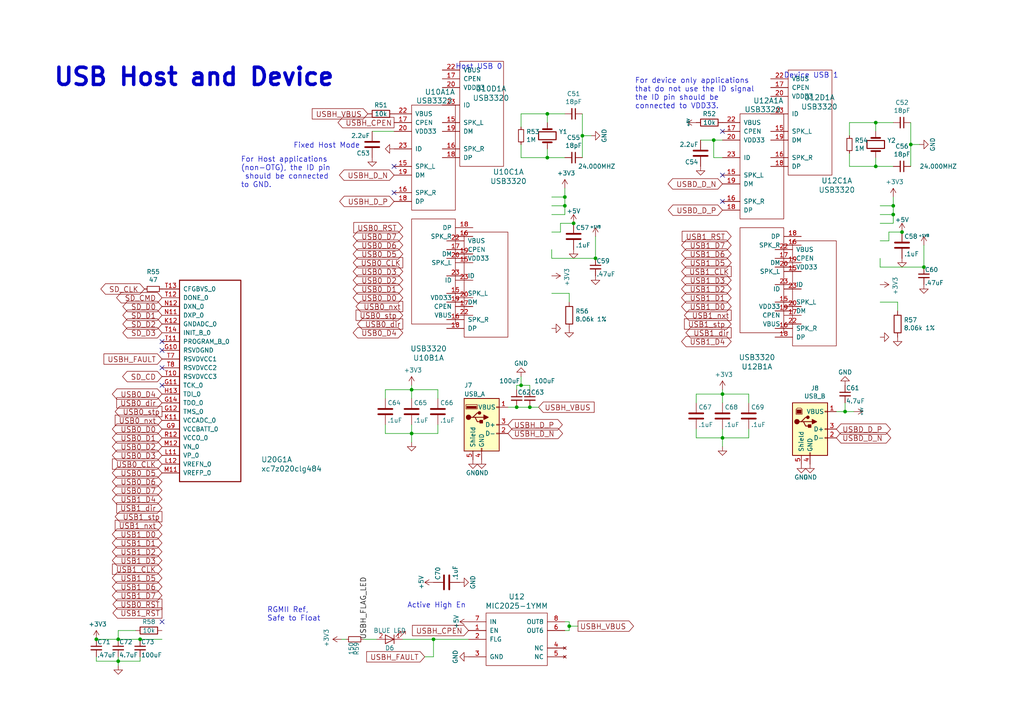
<source format=kicad_sch>
(kicad_sch (version 20231120) (generator "eeschema") (generator_version "8.0")
  (paper "A4")
  (junction (at 119.38 113.03))
  (junction (at 158.75 33.02))
  (junction (at 168.91 39.37))
  (junction (at 163.83 59.69))
  (junction (at 254 48.26))
  (junction (at 34.29 191.77))
  (junction (at 259.08 62.23))
  (junction (at 261.62 67.31))
  (junction (at 165.1 181.61))
  (junction (at 40.64 185.42))
  (junction (at 149.86 118.11))
  (junction (at 151.13 111.76))
  (junction (at 166.37 64.77))
  (junction (at 125.73 185.42))
  (junction (at 163.83 57.15))
  (junction (at 267.97 77.47))
  (junction (at 34.29 185.42))
  (junction (at 158.75 45.72))
  (junction (at 27.94 185.42))
  (junction (at 245.11 119.38))
  (junction (at 119.38 125.73))
  (junction (at 207.01 40.64))
  (junction (at 209.55 127))
  (junction (at 259.08 59.69))
  (junction (at 172.72 74.93))
  (junction (at 254 35.56))
  (junction (at 153.67 118.11))
  (junction (at 209.55 114.3))
  (junction (at 264.16 41.91))
  (no_connect (at 46.99 106.68))
  (no_connect (at 209.55 50.8))
  (no_connect (at 46.99 101.6))
  (no_connect (at 46.99 180.34))
  (no_connect (at 209.55 58.42))
  (no_connect (at 209.55 38.1))
  (no_connect (at 114.3 48.26))
  (no_connect (at 114.3 55.88))
  (no_connect (at 46.99 111.76))
  (no_connect (at 46.99 99.06))
  (wire (pts (xy 147.32 118.11) (xy 149.86 118.11)))
  (wire (pts (xy 40.64 191.77) (xy 40.64 190.5)))
  (wire (pts (xy 209.55 45.72) (xy 207.01 45.72)))
  (wire (pts (xy 209.55 129.54) (xy 209.55 127)))
  (wire (pts (xy 39.37 182.88) (xy 34.29 182.88)))
  (wire (pts (xy 125.73 190.5) (xy 125.73 185.42)))
  (wire (pts (xy 160.02 67.31) (xy 162.56 67.31)))
  (wire (pts (xy 217.17 127) (xy 217.17 124.46)))
  (wire (pts (xy 162.56 64.77) (xy 166.37 64.77)))
  (wire (pts (xy 201.93 114.3) (xy 209.55 114.3)))
  (wire (pts (xy 209.55 113.03) (xy 209.55 114.3)))
  (wire (pts (xy 158.75 33.02) (xy 158.75 35.56)))
  (wire (pts (xy 111.76 115.57) (xy 111.76 113.03)))
  (wire (pts (xy 255.27 69.85) (xy 257.81 69.85)))
  (wire (pts (xy 119.38 125.73) (xy 127 125.73)))
  (wire (pts (xy 163.83 62.23) (xy 160.02 62.23)))
  (wire (pts (xy 149.86 118.11) (xy 153.67 118.11)))
  (wire (pts (xy 209.55 114.3) (xy 217.17 114.3)))
  (wire (pts (xy 254 35.56) (xy 259.08 35.56)))
  (wire (pts (xy 34.29 191.77) (xy 34.29 193.04)))
  (wire (pts (xy 149.86 111.76) (xy 149.86 113.03)))
  (wire (pts (xy 165.1 180.34) (xy 163.83 180.34)))
  (wire (pts (xy 259.08 59.69) (xy 259.08 62.23)))
  (wire (pts (xy 153.67 111.76) (xy 153.67 113.03)))
  (wire (pts (xy 201.93 116.84) (xy 201.93 114.3)))
  (wire (pts (xy 163.83 182.88) (xy 165.1 182.88)))
  (wire (pts (xy 207.01 40.64) (xy 203.2 40.64)))
  (wire (pts (xy 172.72 68.58) (xy 172.72 74.93)))
  (wire (pts (xy 168.91 39.37) (xy 168.91 45.72)))
  (wire (pts (xy 34.29 185.42) (xy 40.64 185.42)))
  (wire (pts (xy 153.67 118.11) (xy 156.21 118.11)))
  (wire (pts (xy 168.91 33.02) (xy 168.91 39.37)))
  (wire (pts (xy 246.38 35.56) (xy 254 35.56)))
  (wire (pts (xy 246.38 39.37) (xy 246.38 35.56)))
  (wire (pts (xy 246.38 48.26) (xy 254 48.26)))
  (wire (pts (xy 162.56 67.31) (xy 162.56 64.77)))
  (wire (pts (xy 259.08 57.15) (xy 259.08 59.69)))
  (wire (pts (xy 160.02 72.39) (xy 160.02 74.93)))
  (wire (pts (xy 209.55 127) (xy 217.17 127)))
  (wire (pts (xy 111.76 125.73) (xy 119.38 125.73)))
  (wire (pts (xy 165.1 85.09) (xy 165.1 87.63)))
  (wire (pts (xy 255.27 62.23) (xy 259.08 62.23)))
  (wire (pts (xy 119.38 123.19) (xy 119.38 125.73)))
  (wire (pts (xy 119.38 128.27) (xy 119.38 125.73)))
  (wire (pts (xy 151.13 45.72) (xy 158.75 45.72)))
  (wire (pts (xy 264.16 41.91) (xy 264.16 48.26)))
  (wire (pts (xy 165.1 180.34) (xy 165.1 181.61)))
  (wire (pts (xy 255.27 59.69) (xy 259.08 59.69)))
  (wire (pts (xy 201.93 127) (xy 209.55 127)))
  (wire (pts (xy 123.19 190.5) (xy 125.73 190.5)))
  (wire (pts (xy 27.94 190.5) (xy 27.94 191.77)))
  (wire (pts (xy 254 48.26) (xy 254 45.72)))
  (wire (pts (xy 257.81 67.31) (xy 261.62 67.31)))
  (wire (pts (xy 151.13 33.02) (xy 158.75 33.02)))
  (wire (pts (xy 163.83 54.61) (xy 163.83 57.15)))
  (wire (pts (xy 105.41 185.42) (xy 109.22 185.42)))
  (wire (pts (xy 34.29 191.77) (xy 34.29 190.5)))
  (wire (pts (xy 158.75 33.02) (xy 163.83 33.02)))
  (wire (pts (xy 245.11 116.84) (xy 245.11 119.38)))
  (wire (pts (xy 168.91 39.37) (xy 171.45 39.37)))
  (wire (pts (xy 207.01 45.72) (xy 207.01 40.64)))
  (wire (pts (xy 151.13 41.91) (xy 151.13 45.72)))
  (wire (pts (xy 163.83 59.69) (xy 163.83 62.23)))
  (wire (pts (xy 245.11 119.38) (xy 247.65 119.38)))
  (wire (pts (xy 111.76 123.19) (xy 111.76 125.73)))
  (wire (pts (xy 119.38 111.76) (xy 119.38 113.03)))
  (wire (pts (xy 34.29 182.88) (xy 34.29 185.42)))
  (wire (pts (xy 209.55 124.46) (xy 209.55 127)))
  (wire (pts (xy 158.75 45.72) (xy 158.75 43.18)))
  (wire (pts (xy 135.89 185.42) (xy 125.73 185.42)))
  (wire (pts (xy 264.16 35.56) (xy 264.16 41.91)))
  (wire (pts (xy 165.1 181.61) (xy 167.64 181.61)))
  (wire (pts (xy 114.3 38.1) (xy 107.95 38.1)))
  (wire (pts (xy 160.02 59.69) (xy 163.83 59.69)))
  (wire (pts (xy 163.83 45.72) (xy 158.75 45.72)))
  (wire (pts (xy 125.73 185.42) (xy 116.84 185.42)))
  (wire (pts (xy 119.38 113.03) (xy 119.38 115.57)))
  (wire (pts (xy 100.33 185.42) (xy 99.06 185.42)))
  (wire (pts (xy 201.93 124.46) (xy 201.93 127)))
  (wire (pts (xy 264.16 41.91) (xy 266.7 41.91)))
  (wire (pts (xy 259.08 48.26) (xy 254 48.26)))
  (wire (pts (xy 259.08 62.23) (xy 259.08 64.77)))
  (wire (pts (xy 127 125.73) (xy 127 123.19)))
  (wire (pts (xy 27.94 185.42) (xy 34.29 185.42)))
  (wire (pts (xy 209.55 40.64) (xy 207.01 40.64)))
  (wire (pts (xy 254 35.56) (xy 254 38.1)))
  (wire (pts (xy 151.13 109.22) (xy 151.13 111.76)))
  (wire (pts (xy 46.99 185.42) (xy 40.64 185.42)))
  (wire (pts (xy 259.08 64.77) (xy 255.27 64.77)))
  (wire (pts (xy 163.83 57.15) (xy 163.83 59.69)))
  (wire (pts (xy 27.94 191.77) (xy 34.29 191.77)))
  (wire (pts (xy 160.02 57.15) (xy 163.83 57.15)))
  (wire (pts (xy 217.17 116.84) (xy 217.17 114.3)))
  (wire (pts (xy 209.55 114.3) (xy 209.55 116.84)))
  (wire (pts (xy 111.76 113.03) (xy 119.38 113.03)))
  (wire (pts (xy 151.13 36.83) (xy 151.13 33.02)))
  (wire (pts (xy 255.27 87.63) (xy 260.35 87.63)))
  (wire (pts (xy 242.57 119.38) (xy 245.11 119.38)))
  (wire (pts (xy 149.86 111.76) (xy 151.13 111.76)))
  (wire (pts (xy 257.81 69.85) (xy 257.81 67.31)))
  (wire (pts (xy 255.27 77.47) (xy 267.97 77.47)))
  (wire (pts (xy 119.38 113.03) (xy 127 113.03)))
  (wire (pts (xy 255.27 74.93) (xy 255.27 77.47)))
  (wire (pts (xy 260.35 87.63) (xy 260.35 90.17)))
  (wire (pts (xy 151.13 111.76) (xy 153.67 111.76)))
  (wire (pts (xy 127 115.57) (xy 127 113.03)))
  (wire (pts (xy 160.02 74.93) (xy 172.72 74.93)))
  (wire (pts (xy 267.97 71.12) (xy 267.97 77.47)))
  (wire (pts (xy 165.1 182.88) (xy 165.1 181.61)))
  (wire (pts (xy 246.38 44.45) (xy 246.38 48.26)))
  (wire (pts (xy 160.02 85.09) (xy 165.1 85.09)))
  (wire (pts (xy 34.29 191.77) (xy 40.64 191.77)))
  (text "Host USB 0" (at 132.08 20.32 0) (effects (font (size 1.524 1.524)) (justify left bottom)))
  (text "Active High En" (at 118.11 176.53 0) (effects (font (size 1.524 1.524)) (justify left bottom)))
  (text "Device USB 1" (at 227.33 22.86 0) (effects (font (size 1.524 1.524)) (justify left bottom)))
  (text "For device only applications\nthat do not use the ID signal\nthe ID pin should be \nconnected to VDD33." (at 184.15 31.75 0) (effects (font (size 1.524 1.524)) (justify left bottom)))
  (text "USB Host and Device" (at 15.24 25.4 0) (effects (font (size 5.0038 5.0038) (thickness 1.0008) (bold yes)) (justify left bottom)))
  (text "Fixed Host Mode" (at 85.09 43.18 0) (effects (font (size 1.524 1.524)) (justify left bottom)))
  (text "RGMII Ref, \nSafe to Float" (at 77.47 180.34 0) (effects (font (size 1.524 1.524)) (justify left bottom)))
  (text "For Host applications \n(non-OTG), the ID pin\n should be connected \nto GND." (at 69.85 54.61 0) (effects (font (size 1.524 1.524)) (justify left bottom)))
  (label "USBH_FLAG_LED" (at 106.68 185.42 90) (effects (font (size 1.524 1.524))))
  (global_label "USB0_D6" (shape bidirectional) (at 116.84 71.12 180) (effects (font (size 1.524 1.524))) (property "Intersheetrefs" "${INTERSHEET_REFS}" (effects (hide yes))))
  (global_label "USB1_CLK" (shape input) (at 46.99 165.1 180) (effects (font (size 1.524 1.524))) (property "Intersheetrefs" "${INTERSHEET_REFS}" (effects (hide yes))))
  (global_label "USBH_VBUS" (shape input) (at 156.21 118.11 0) (effects (font (size 1.524 1.524))) (property "Intersheetrefs" "${INTERSHEET_REFS}" (effects (hide yes))))
  (global_label "USB1_D3" (shape bidirectional) (at 46.99 162.56 180) (effects (font (size 1.524 1.524))) (property "Intersheetrefs" "${INTERSHEET_REFS}" (effects (hide yes))))
  (global_label "USB0_RST" (shape output) (at 46.99 175.26 180) (effects (font (size 1.524 1.524))) (property "Intersheetrefs" "${INTERSHEET_REFS}" (effects (hide yes))))
  (global_label "USBH_VBUS" (shape input) (at 106.68 33.02 180) (effects (font (size 1.524 1.524))) (property "Intersheetrefs" "${INTERSHEET_REFS}" (effects (hide yes))))
  (global_label "USB1_D0" (shape bidirectional) (at 46.99 154.94 180) (effects (font (size 1.524 1.524))) (property "Intersheetrefs" "${INTERSHEET_REFS}" (effects (hide yes))))
  (global_label "USBH_CPEN" (shape output) (at 114.3 35.56 180) (effects (font (size 1.524 1.524))) (property "Intersheetrefs" "${INTERSHEET_REFS}" (effects (hide yes))))
  (global_label "USB0_D4" (shape bidirectional) (at 116.84 96.52 180) (effects (font (size 1.524 1.524))) (property "Intersheetrefs" "${INTERSHEET_REFS}" (effects (hide yes))))
  (global_label "USB0_D2" (shape bidirectional) (at 46.99 129.54 180) (effects (font (size 1.524 1.524))) (property "Intersheetrefs" "${INTERSHEET_REFS}" (effects (hide yes))))
  (global_label "USB1_dir" (shape output) (at 212.09 96.52 180) (effects (font (size 1.524 1.524))) (property "Intersheetrefs" "${INTERSHEET_REFS}" (effects (hide yes))))
  (global_label "USB0_D0" (shape bidirectional) (at 46.99 124.46 180) (effects (font (size 1.524 1.524))) (property "Intersheetrefs" "${INTERSHEET_REFS}" (effects (hide yes))))
  (global_label "USB1_D7" (shape bidirectional) (at 212.09 71.12 180) (effects (font (size 1.524 1.524))) (property "Intersheetrefs" "${INTERSHEET_REFS}" (effects (hide yes))))
  (global_label "SD_D2" (shape bidirectional) (at 46.99 93.98 180) (effects (font (size 1.524 1.524))) (property "Intersheetrefs" "${INTERSHEET_REFS}" (effects (hide yes))))
  (global_label "USB0_D7" (shape bidirectional) (at 116.84 68.58 180) (effects (font (size 1.524 1.524))) (property "Intersheetrefs" "${INTERSHEET_REFS}" (effects (hide yes))))
  (global_label "USB1_D2" (shape bidirectional) (at 212.09 83.82 180) (effects (font (size 1.524 1.524))) (property "Intersheetrefs" "${INTERSHEET_REFS}" (effects (hide yes))))
  (global_label "USBH_D_N" (shape bidirectional) (at 114.3 50.8 180) (effects (font (size 1.524 1.524))) (property "Intersheetrefs" "${INTERSHEET_REFS}" (effects (hide yes))))
  (global_label "SD_CD" (shape bidirectional) (at 46.99 109.22 180) (effects (font (size 1.524 1.524))) (property "Intersheetrefs" "${INTERSHEET_REFS}" (effects (hide yes))))
  (global_label "USBH_FAULT" (shape input) (at 46.99 104.14 180) (effects (font (size 1.524 1.524))) (property "Intersheetrefs" "${INTERSHEET_REFS}" (effects (hide yes))))
  (global_label "USB0_D3" (shape bidirectional) (at 116.84 78.74 180) (effects (font (size 1.524 1.524))) (property "Intersheetrefs" "${INTERSHEET_REFS}" (effects (hide yes))))
  (global_label "SD_D0" (shape bidirectional) (at 46.99 88.9 180) (effects (font (size 1.524 1.524))) (property "Intersheetrefs" "${INTERSHEET_REFS}" (effects (hide yes))))
  (global_label "USB1_D1" (shape bidirectional) (at 212.09 86.36 180) (effects (font (size 1.524 1.524))) (property "Intersheetrefs" "${INTERSHEET_REFS}" (effects (hide yes))))
  (global_label "USB1_dir" (shape input) (at 46.99 147.32 180) (effects (font (size 1.524 1.524))) (property "Intersheetrefs" "${INTERSHEET_REFS}" (effects (hide yes))))
  (global_label "USB1_D5" (shape bidirectional) (at 46.99 167.64 180) (effects (font (size 1.524 1.524))) (property "Intersheetrefs" "${INTERSHEET_REFS}" (effects (hide yes))))
  (global_label "USB0_D5" (shape bidirectional) (at 116.84 73.66 180) (effects (font (size 1.524 1.524))) (property "Intersheetrefs" "${INTERSHEET_REFS}" (effects (hide yes))))
  (global_label "USB0_D4" (shape bidirectional) (at 46.99 114.3 180) (effects (font (size 1.524 1.524))) (property "Intersheetrefs" "${INTERSHEET_REFS}" (effects (hide yes))))
  (global_label "USBD_D_P" (shape bidirectional) (at 242.57 124.46 0) (effects (font (size 1.524 1.524))) (property "Intersheetrefs" "${INTERSHEET_REFS}" (effects (hide yes))))
  (global_label "USBH_D_P" (shape bidirectional) (at 114.3 58.42 180) (effects (font (size 1.524 1.524))) (property "Intersheetrefs" "${INTERSHEET_REFS}" (effects (hide yes))))
  (global_label "USB0_stp" (shape input) (at 116.84 91.44 180) (effects (font (size 1.524 1.524))) (property "Intersheetrefs" "${INTERSHEET_REFS}" (effects (hide yes))))
  (global_label "USB1_D2" (shape bidirectional) (at 46.99 160.02 180) (effects (font (size 1.524 1.524))) (property "Intersheetrefs" "${INTERSHEET_REFS}" (effects (hide yes))))
  (global_label "USB1_D4" (shape bidirectional) (at 46.99 144.78 180) (effects (font (size 1.524 1.524))) (property "Intersheetrefs" "${INTERSHEET_REFS}" (effects (hide yes))))
  (global_label "USB1_D5" (shape bidirectional) (at 212.09 76.2 180) (effects (font (size 1.524 1.524))) (property "Intersheetrefs" "${INTERSHEET_REFS}" (effects (hide yes))))
  (global_label "USB0_CLK" (shape output) (at 116.84 76.2 180) (effects (font (size 1.524 1.524))) (property "Intersheetrefs" "${INTERSHEET_REFS}" (effects (hide yes))))
  (global_label "USBH_CPEN" (shape input) (at 135.89 182.88 180) (effects (font (size 1.524 1.524))) (property "Intersheetrefs" "${INTERSHEET_REFS}" (effects (hide yes))))
  (global_label "USB1_D0" (shape bidirectional) (at 212.09 88.9 180) (effects (font (size 1.524 1.524))) (property "Intersheetrefs" "${INTERSHEET_REFS}" (effects (hide yes))))
  (global_label "USBD_D_N" (shape bidirectional) (at 242.57 127 0) (effects (font (size 1.524 1.524))) (property "Intersheetrefs" "${INTERSHEET_REFS}" (effects (hide yes))))
  (global_label "USB0_D7" (shape bidirectional) (at 46.99 142.24 180) (effects (font (size 1.524 1.524))) (property "Intersheetrefs" "${INTERSHEET_REFS}" (effects (hide yes))))
  (global_label "USB1_nxt" (shape output) (at 212.09 91.44 180) (effects (font (size 1.524 1.524))) (property "Intersheetrefs" "${INTERSHEET_REFS}" (effects (hide yes))))
  (global_label "USB1_RST" (shape input) (at 212.09 68.58 180) (effects (font (size 1.524 1.524))) (property "Intersheetrefs" "${INTERSHEET_REFS}" (effects (hide yes))))
  (global_label "USBH_FAULT" (shape input) (at 123.19 190.5 180) (effects (font (size 1.524 1.524))) (property "Intersheetrefs" "${INTERSHEET_REFS}" (effects (hide yes))))
  (global_label "USB1_D3" (shape bidirectional) (at 212.09 81.28 180) (effects (font (size 1.524 1.524))) (property "Intersheetrefs" "${INTERSHEET_REFS}" (effects (hide yes))))
  (global_label "USB1_CLK" (shape output) (at 212.09 78.74 180) (effects (font (size 1.524 1.524))) (property "Intersheetrefs" "${INTERSHEET_REFS}" (effects (hide yes))))
  (global_label "USB1_stp" (shape output) (at 46.99 149.86 180) (effects (font (size 1.524 1.524))) (property "Intersheetrefs" "${INTERSHEET_REFS}" (effects (hide yes))))
  (global_label "USB1_D1" (shape bidirectional) (at 46.99 157.48 180) (effects (font (size 1.524 1.524))) (property "Intersheetrefs" "${INTERSHEET_REFS}" (effects (hide yes))))
  (global_label "USB0_D1" (shape bidirectional) (at 116.84 83.82 180) (effects (font (size 1.524 1.524))) (property "Intersheetrefs" "${INTERSHEET_REFS}" (effects (hide yes))))
  (global_label "USB0_dir" (shape output) (at 116.84 93.98 180) (effects (font (size 1.524 1.524))) (property "Intersheetrefs" "${INTERSHEET_REFS}" (effects (hide yes))))
  (global_label "USB0_D6" (shape bidirectional) (at 46.99 139.7 180) (effects (font (size 1.524 1.524))) (property "Intersheetrefs" "${INTERSHEET_REFS}" (effects (hide yes))))
  (global_label "USBH_D_N" (shape bidirectional) (at 147.32 125.73 0) (effects (font (size 1.524 1.524))) (property "Intersheetrefs" "${INTERSHEET_REFS}" (effects (hide yes))))
  (global_label "USB1_D6" (shape bidirectional) (at 212.09 73.66 180) (effects (font (size 1.524 1.524))) (property "Intersheetrefs" "${INTERSHEET_REFS}" (effects (hide yes))))
  (global_label "USB1_RST" (shape output) (at 46.99 177.8 180) (effects (font (size 1.524 1.524))) (property "Intersheetrefs" "${INTERSHEET_REFS}" (effects (hide yes))))
  (global_label "SD_D3" (shape bidirectional) (at 46.99 96.52 180) (effects (font (size 1.524 1.524))) (property "Intersheetrefs" "${INTERSHEET_REFS}" (effects (hide yes))))
  (global_label "SD_CMD" (shape bidirectional) (at 46.99 86.36 180) (effects (font (size 1.524 1.524))) (property "Intersheetrefs" "${INTERSHEET_REFS}" (effects (hide yes))))
  (global_label "USB0_CLK" (shape input) (at 46.99 134.62 180) (effects (font (size 1.524 1.524))) (property "Intersheetrefs" "${INTERSHEET_REFS}" (effects (hide yes))))
  (global_label "USB0_D3" (shape bidirectional) (at 46.99 132.08 180) (effects (font (size 1.524 1.524))) (property "Intersheetrefs" "${INTERSHEET_REFS}" (effects (hide yes))))
  (global_label "USB0_nxt" (shape output) (at 116.84 88.9 180) (effects (font (size 1.524 1.524))) (property "Intersheetrefs" "${INTERSHEET_REFS}" (effects (hide yes))))
  (global_label "USB0_RST" (shape input) (at 116.84 66.04 180) (effects (font (size 1.524 1.524))) (property "Intersheetrefs" "${INTERSHEET_REFS}" (effects (hide yes))))
  (global_label "SD_D1" (shape bidirectional) (at 46.99 91.44 180) (effects (font (size 1.524 1.524))) (property "Intersheetrefs" "${INTERSHEET_REFS}" (effects (hide yes))))
  (global_label "USBH_VBUS" (shape output) (at 167.64 181.61 0) (effects (font (size 1.524 1.524))) (property "Intersheetrefs" "${INTERSHEET_REFS}" (effects (hide yes))))
  (global_label "USBH_D_P" (shape bidirectional) (at 147.32 123.19 0) (effects (font (size 1.524 1.524))) (property "Intersheetrefs" "${INTERSHEET_REFS}" (effects (hide yes))))
  (global_label "USB0_D1" (shape bidirectional) (at 46.99 127 180) (effects (font (size 1.524 1.524))) (property "Intersheetrefs" "${INTERSHEET_REFS}" (effects (hide yes))))
  (global_label "USB0_nxt" (shape input) (at 46.99 121.92 180) (effects (font (size 1.524 1.524))) (property "Intersheetrefs" "${INTERSHEET_REFS}" (effects (hide yes))))
  (global_label "SD_CLK" (shape bidirectional) (at 41.91 83.82 180) (effects (font (size 1.524 1.524))) (property "Intersheetrefs" "${INTERSHEET_REFS}" (effects (hide yes))))
  (global_label "USB1_D4" (shape bidirectional) (at 212.09 99.06 180) (effects (font (size 1.524 1.524))) (property "Intersheetrefs" "${INTERSHEET_REFS}" (effects (hide yes))))
  (global_label "USB0_D5" (shape bidirectional) (at 46.99 137.16 180) (effects (font (size 1.524 1.524))) (property "Intersheetrefs" "${INTERSHEET_REFS}" (effects (hide yes))))
  (global_label "USB1_D7" (shape bidirectional) (at 46.99 172.72 180) (effects (font (size 1.524 1.524))) (property "Intersheetrefs" "${INTERSHEET_REFS}" (effects (hide yes))))
  (global_label "USB1_D6" (shape bidirectional) (at 46.99 170.18 180) (effects (font (size 1.524 1.524))) (property "Intersheetrefs" "${INTERSHEET_REFS}" (effects (hide yes))))
  (global_label "USB1_nxt" (shape input) (at 46.99 152.4 180) (effects (font (size 1.524 1.524))) (property "Intersheetrefs" "${INTERSHEET_REFS}" (effects (hide yes))))
  (global_label "USBD_D_N" (shape bidirectional) (at 209.55 53.34 180) (effects (font (size 1.524 1.524))) (property "Intersheetrefs" "${INTERSHEET_REFS}" (effects (hide yes))))
  (global_label "USB0_D2" (shape bidirectional) (at 116.84 81.28 180) (effects (font (size 1.524 1.524))) (property "Intersheetrefs" "${INTERSHEET_REFS}" (effects (hide yes))))
  (global_label "USBD_D_P" (shape bidirectional) (at 209.55 60.96 180) (effects (font (size 1.524 1.524))) (property "Intersheetrefs" "${INTERSHEET_REFS}" (effects (hide yes))))
  (global_label "USB1_stp" (shape input) (at 212.09 93.98 180) (effects (font (size 1.524 1.524))) (property "Intersheetrefs" "${INTERSHEET_REFS}" (effects (hide yes))))
  (global_label "USB0_D0" (shape bidirectional) (at 116.84 86.36 180) (effects (font (size 1.524 1.524))) (property "Intersheetrefs" "${INTERSHEET_REFS}" (effects (hide yes))))
  (global_label "USB0_dir" (shape input) (at 46.99 116.84 180) (effects (font (size 1.524 1.524))) (property "Intersheetrefs" "${INTERSHEET_REFS}" (effects (hide yes))))
  (global_label "USB0_stp" (shape output) (at 46.99 119.38 180) (effects (font (size 1.524 1.524))) (property "Intersheetrefs" "${INTERSHEET_REFS}" (effects (hide yes))))
  (symbol (lib_id "DFTBoard-rescue:+5V-power") (at 135.89 180.34 90) (unit 1)
    (property "Reference" "#PWR0249" (effects (hide yes)))
    (property "Value" "+5V" (at 132.334 180.34 0))
  )
  (symbol (lib_id "DFTBoard-rescue:GND-power") (at 135.89 190.5 270) (unit 1)
    (property "Reference" "#PWR0252" (effects (hide yes)))
    (property "Value" "GND" (at 132.08 190.5 0))
  )
  (symbol (lib_id "DFTBoard-rescue:USB_A-") (at 139.7 123.19 0) (unit 1)
    (property "Reference" "J7" (at 134.62 111.76 0) (effects (justify left)))
    (property "Value" "USB_A" (at 134.62 114.3 0) (effects (justify left)))
    (property "Footprint" "DFTcustom:USB-A-Receptacle-FCI_87583" (effects (hide yes)))
    (property "MFR" "Amphenol ICC" (effects (hide yes)))
    (property "MPN" "87583-2010RLF" (effects (hide yes)))
    (property "SPR" "Digikey" (effects (hide yes)))
    (property "SPN" "609-5390-1-ND" (effects (hide yes)))
    (property "SPURL" "-" (effects (hide yes)))
  )
  (symbol (lib_id "DFTBoard-rescue:GND-power") (at 137.16 133.35 0) (unit 1)
    (property "Reference" "#PWR0243" (effects (hide yes)))
    (property "Value" "GND" (at 137.16 137.16 0))
  )
  (symbol (lib_id "DFTBoard-rescue:GND-power") (at 139.7 133.35 0) (unit 1)
    (property "Reference" "#PWR0244" (effects (hide yes)))
    (property "Value" "GND" (at 139.7 137.16 0))
  )
  (symbol (lib_id "Microchip:USB3320") (at 119.38 60.96 0) (unit 1)
    (property "Reference" "U10A1" (at 123.19 26.67 0) (effects (font (size 1.524 1.524)) (justify left)))
    (property "Value" "USB3320" (at 120.65 29.21 0) (effects (font (size 1.524 1.524)) (justify left)))
    (property "Footprint" "Package_DFN_QFN:QFN-32-1EP_5x5mm_P0.5mm_EP3.1x3.1mm" (effects (hide yes)))
    (property "Manufacturer" "Microchip" (effects (hide yes)))
    (property "MFR" "Microchip Technology" (effects (hide yes)))
    (property "MPN" "USB3320C-EZK-TR" (effects (hide yes)))
    (property "SPR" "Digikey" (effects (hide yes)))
    (property "SPN" "USB3320C-EZK-CT-NDs" (effects (hide yes)))
    (property "SPURL" "-" (effects (hide yes)))
  )
  (symbol (lib_id "Microchip:USB3320") (at 132.08 63.5 180) (unit 1)
    (property "Reference" "U10B1" (at 124.3076 103.8098 0) (effects (font (size 1.524 1.524))))
    (property "Value" "USB3320" (at 124.3076 101.1174 0) (effects (font (size 1.524 1.524))))
    (property "Footprint" "Package_DFN_QFN:QFN-32-1EP_5x5mm_P0.5mm_EP3.1x3.1mm" (effects (hide yes)))
    (property "Manufacturer" "Microchip" (effects (hide yes)))
    (property "MFR" "Microchip Technology" (effects (hide yes)))
    (property "MPN" "USB3320C-EZK-TR" (effects (hide yes)))
    (property "SPR" "Digikey" (effects (hide yes)))
    (property "SPN" "USB3320C-EZK-CT-NDs" (effects (hide yes)))
    (property "SPURL" "-" (effects (hide yes)))
  )
  (symbol (lib_id "Microchip:USB3320") (at 134.62 97.79 0) (unit 1)
    (property "Reference" "U10C1" (at 147.4724 49.8602 0) (effects (font (size 1.524 1.524))))
    (property "Value" "USB3320" (at 147.4724 52.5526 0) (effects (font (size 1.524 1.524))))
    (property "Footprint" "Package_DFN_QFN:QFN-32-1EP_5x5mm_P0.5mm_EP3.1x3.1mm" (effects (hide yes)))
    (property "Manufacturer" "Microchip" (effects (hide yes)))
    (property "MFR" "Microchip Technology" (effects (hide yes)))
    (property "MPN" "USB3320C-EZK-TR" (effects (hide yes)))
    (property "SPR" "Digikey" (effects (hide yes)))
    (property "SPN" "USB3320C-EZK-CT-NDs" (effects (hide yes)))
    (property "SPURL" "-" (effects (hide yes)))
  )
  (symbol (lib_id "Microchip:USB3320") (at 133.35 48.26 0) (unit 1)
    (property "Reference" "U10D1" (at 142.3924 25.7302 0) (effects (font (size 1.524 1.524))))
    (property "Value" "USB3320" (at 142.3924 28.4226 0) (effects (font (size 1.524 1.524))))
    (property "Footprint" "Package_DFN_QFN:QFN-32-1EP_5x5mm_P0.5mm_EP3.1x3.1mm" (effects (hide yes)))
    (property "Manufacturer" "Microchip" (effects (hide yes)))
    (property "MFR" "Microchip Technology" (effects (hide yes)))
    (property "MPN" "USB3320C-EZK-TR" (effects (hide yes)))
    (property "SPR" "Digikey" (effects (hide yes)))
    (property "SPN" "USB3320C-EZK-CT-NDs" (effects (hide yes)))
    (property "SPURL" "-" (effects (hide yes)))
  )
  (symbol (lib_id "DFTBoard-rescue:+3V3-power") (at 163.83 54.61 0) (unit 1)
    (property "Reference" "#PWR0220" (effects (hide yes)))
    (property "Value" "+3V3" (at 164.211 50.2158 0))
  )
  (symbol (lib_id "DFTBoard-rescue:+5V-power") (at 166.37 64.77 0) (unit 1)
    (property "Reference" "#PWR0222" (effects (hide yes)))
    (property "Value" "+5V" (at 166.37 61.214 0))
  )
  (symbol (lib_id "DFTBoard-rescue:GND-power") (at 166.37 72.39 0) (unit 1)
    (property "Reference" "#PWR0226" (effects (hide yes)))
    (property "Value" "GND" (effects (hide yes)))
  )
  (symbol (lib_id "Device:C_Small") (at 172.72 77.47 0) (unit 1)
    (property "Reference" "C59" (at 172.974 75.692 0) (effects (justify left)))
    (property "Value" ".47uF" (at 172.974 79.502 0) (effects (justify left)))
    (property "Footprint" "Capacitor_SMD:C_0402_1005Metric" (effects (hide yes)))
    (property "MFR" "Yageo" (effects (hide yes)))
    (property "MPN" "CC0402KRX5R5BB474" (effects (hide yes)))
    (property "SPR" "Digikey" (effects (hide yes)))
    (property "SPN" "311-1684-1-ND" (effects (hide yes)))
  )
  (symbol (lib_id "DFTBoard-rescue:GND-power") (at 172.72 80.01 0) (unit 1)
    (property "Reference" "#PWR0229" (effects (hide yes)))
    (property "Value" "GND" (effects (hide yes)))
  )
  (symbol (lib_id "DFTBoard-rescue:+1V8-power") (at 172.72 68.58 0) (unit 1)
    (property "Reference" "#PWR0224" (effects (hide yes)))
    (property "Value" "+1V8" (at 172.72 65.786 0) (effects (font (size 0.762 0.762))))
  )
  (symbol (lib_id "DFTBoard-rescue:+3V3-power") (at 160.02 80.01 270) (unit 1)
    (property "Reference" "#PWR0228" (effects (hide yes)))
    (property "Value" "+3V3" (at 164.4142 80.391 0))
  )
  (symbol (lib_id "DFTBoard-rescue:GND-power") (at 114.3 43.18 270) (unit 1)
    (property "Reference" "#PWR0217" (effects (hide yes)))
    (property "Value" "GND" (effects (hide yes)))
  )
  (symbol (lib_id "Device:C") (at 107.95 41.91 180) (unit 1)
    (property "Reference" "C53" (at 107.315 44.45 0) (effects (justify left)))
    (property "Value" "2.2uF" (at 107.315 39.37 0) (effects (justify left)))
    (property "Footprint" "Capacitor_SMD:C_0402_1005Metric" (effects (hide yes)))
    (property "MFR" "Murata" (effects (hide yes)))
    (property "MPN" "GRM155R61A225KE95D" (effects (hide yes)))
    (property "SPR" "Digikey" (effects (hide yes)))
    (property "SPN" "490-10451-1-ND" (effects (hide yes)))
  )
  (symbol (lib_id "DFTBoard-rescue:GND-power") (at 107.95 45.72 0) (unit 1)
    (property "Reference" "#PWR0218" (effects (hide yes)))
    (property "Value" "GND" (effects (hide yes)))
  )
  (symbol (lib_id "Device:R") (at 110.49 33.02 270) (unit 1)
    (property "Reference" "R51" (at 110.49 30.48 90))
    (property "Value" "10k" (at 110.49 33.02 90))
    (property "Footprint" "Resistor_SMD:R_0402_1005Metric" (effects (hide yes)))
    (property "MFR" "Yageo" (effects (hide yes)))
    (property "MPN" "RC0402FR-0710KL" (effects (hide yes)))
    (property "SPR" "Digikey" (effects (hide yes)))
    (property "SPN" "311-10.0KLRTR-ND" (effects (hide yes)))
  )
  (symbol (lib_id "DFTBoard-rescue:GND-power") (at 160.02 95.25 90) (unit 1)
    (property "Reference" "#PWR0232" (effects (hide yes)))
    (property "Value" "GND" (effects (hide yes)))
  )
  (symbol (lib_id "Device:R") (at 165.1 91.44 0) (unit 1)
    (property "Reference" "R56" (at 166.878 90.2716 0) (effects (justify left)))
    (property "Value" "8.06k 1%" (at 166.878 92.583 0) (effects (justify left)))
    (property "Footprint" "Resistor_SMD:R_0402_1005Metric" (effects (hide yes)))
    (property "MFR" "Yageo" (effects (hide yes)))
    (property "MPN" "RC0402FR-078K06L" (effects (hide yes)))
    (property "SPR" "Digikey" (effects (hide yes)))
    (property "SPN" "311-8.06KLRTR-ND" (effects (hide yes)))
    (property "SPURL" "-" (effects (hide yes)))
  )
  (symbol (lib_id "DFTBoard-rescue:GND-power") (at 165.1 95.25 0) (unit 1)
    (property "Reference" "#PWR0233" (effects (hide yes)))
    (property "Value" "GND" (effects (hide yes)))
  )
  (symbol (lib_id "Device:Crystal") (at 158.75 39.37 270) (unit 1)
    (property "Reference" "Y1" (at 162.0774 38.2016 90) (effects (justify left)))
    (property "Value" "24.000MHZ" (at 167.64 48.26 90) (effects (justify left)))
    (property "Footprint" "ABM3-12.000MHZ-B2-T:XTAL500X320X130N" (effects (hide yes)))
    (property "MFR" "Abracon LLC" (effects (hide yes)))
    (property "MPN" "ABM3-24.000MHZ-D2Y-T" (effects (hide yes)))
    (property "SPR" "DigiKey" (effects (hide yes)))
    (property "SPN" "535-10643-2-ND" (effects (hide yes)))
    (property "SPURL" "-" (effects (hide yes)))
  )
  (symbol (lib_id "Device:C_Small") (at 166.37 45.72 270) (unit 1)
    (property "Reference" "C55" (at 166.37 39.9034 90))
    (property "Value" "18pF" (at 166.37 42.2148 90))
    (property "Footprint" "Capacitor_SMD:C_0402_1005Metric" (effects (hide yes)))
    (property "MFR" "Murata" (effects (hide yes)))
    (property "MPN" "GCM1555C1H180JA16D" (effects (hide yes)))
    (property "SPR" "Digikey" (effects (hide yes)))
    (property "SPN" "490-12650-1-ND" (effects (hide yes)))
    (property "SPURL" "-" (effects (hide yes)))
  )
  (symbol (lib_id "Device:C_Small") (at 166.37 33.02 270) (unit 1)
    (property "Reference" "C51" (at 166.37 27.2034 90))
    (property "Value" "18pF" (at 166.37 29.5148 90))
    (property "Footprint" "Capacitor_SMD:C_0402_1005Metric" (effects (hide yes)))
    (property "MFR" "Murata" (effects (hide yes)))
    (property "MPN" "GCM1555C1H180JA16D" (effects (hide yes)))
    (property "SPR" "Digikey" (effects (hide yes)))
    (property "SPN" "490-12650-1-ND" (effects (hide yes)))
    (property "SPURL" "-" (effects (hide yes)))
  )
  (symbol (lib_id "DFTBoard-rescue:GND-power") (at 171.45 39.37 90) (unit 1)
    (property "Reference" "#PWR0215" (effects (hide yes)))
    (property "Value" "GND" (at 175.26 39.37 0))
  )
  (symbol (lib_id "Device:C") (at 111.76 119.38 0) (unit 1)
    (property "Reference" "C64" (at 112.395 116.84 0) (effects (justify left)))
    (property "Value" ".1uF" (at 112.395 121.92 0) (effects (justify left)))
    (property "Footprint" "Capacitor_SMD:C_0402_1005Metric" (effects (hide yes)))
    (property "MFR" "Yageo" (effects (hide yes)))
    (property "MPN" "CC0402KRX7R6BB104" (effects (hide yes)))
    (property "SPR" "Digikey" (effects (hide yes)))
    (property "SPN" "311-1345-1-ND" (effects (hide yes)))
  )
  (symbol (lib_id "Device:C") (at 119.38 119.38 0) (unit 1)
    (property "Reference" "C65" (at 120.015 116.84 0) (effects (justify left)))
    (property "Value" ".1uF" (at 120.015 121.92 0) (effects (justify left)))
    (property "Footprint" "Capacitor_SMD:C_0402_1005Metric" (effects (hide yes)))
    (property "MFR" "Yageo" (effects (hide yes)))
    (property "MPN" "CC0402KRX7R6BB104" (effects (hide yes)))
    (property "SPR" "Digikey" (effects (hide yes)))
    (property "SPN" "311-1345-1-ND" (effects (hide yes)))
  )
  (symbol (lib_id "Device:C") (at 127 119.38 0) (unit 1)
    (property "Reference" "C66" (at 127.635 116.84 0) (effects (justify left)))
    (property "Value" ".1uF" (at 127.635 121.92 0) (effects (justify left)))
    (property "Footprint" "Capacitor_SMD:C_0402_1005Metric" (effects (hide yes)))
    (property "MFR" "Yageo" (effects (hide yes)))
    (property "MPN" "CC0402KRX7R6BB104" (effects (hide yes)))
    (property "SPR" "Digikey" (effects (hide yes)))
    (property "SPN" "311-1345-1-ND" (effects (hide yes)))
  )
  (symbol (lib_id "DFTBoard-rescue:+3V3-power") (at 119.38 111.76 0) (unit 1)
    (property "Reference" "#PWR0237" (effects (hide yes)))
    (property "Value" "+3V3" (at 119.761 107.3658 0))
  )
  (symbol (lib_id "DFTBoard-rescue:GND-power") (at 119.38 128.27 0) (unit 1)
    (property "Reference" "#PWR0241" (effects (hide yes)))
    (property "Value" "GND" (effects (hide yes)))
  )
  (symbol (lib_id "Device:C") (at 166.37 68.58 0) (unit 1)
    (property "Reference" "C57" (at 167.005 66.04 0) (effects (justify left)))
    (property "Value" ".1uF" (at 167.005 71.12 0) (effects (justify left)))
    (property "Footprint" "Capacitor_SMD:C_0402_1005Metric" (effects (hide yes)))
    (property "MFR" "Yageo" (effects (hide yes)))
    (property "MPN" "CC0402KRX7R6BB104" (effects (hide yes)))
    (property "SPR" "Digikey" (effects (hide yes)))
    (property "SPN" "311-1345-1-ND" (effects (hide yes)))
  )
  (symbol (lib_id "Device:R_Small") (at 151.13 39.37 0) (unit 1)
    (property "Reference" "R53" (at 152.6286 38.2016 0) (effects (justify left)))
    (property "Value" "1M" (at 152.6286 40.513 0) (effects (justify left)))
    (property "Footprint" "Resistor_SMD:R_0402_1005Metric" (effects (hide yes)))
    (property "MFR" "Yageo" (effects (hide yes)))
    (property "MPN" "RC0402FR-071ML" (effects (hide yes)))
    (property "SPR" "Digikey" (effects (hide yes)))
    (property "SPN" "311-1.00MLRCT-ND" (effects (hide yes)))
    (property "SPURL" "-" (effects (hide yes)))
  )
  (symbol (lib_id "Micrel:MIC2025-1YMM") (at 140.97 193.04 0) (unit 1)
    (property "Reference" "U12" (at 149.86 173.0502 0) (effects (font (size 1.524 1.524))))
    (property "Value" "MIC2025-1YMM" (at 149.86 175.7426 0) (effects (font (size 1.524 1.524))))
    (property "Footprint" "SOP65P490X110-8N:SOP65P490X110-8N" (effects (hide yes)))
    (property "MFR" "Microchip" (effects (hide yes)))
    (property "MPN" "MIC2025-1YMM-TR" (effects (hide yes)))
    (property "SPR" "Digikey" (effects (hide yes)))
    (property "SPN" "MIC2025-1YMM-CT-ND" (effects (hide yes)))
    (property "SPURL" "-" (effects (hide yes)))
  )
  (symbol (lib_id "DFTBoard-rescue:LED-") (at 113.03 185.42 180) (unit 1)
    (property "Reference" "D6" (at 113.03 187.96 0))
    (property "Value" "BLUE LED" (at 113.03 182.88 0))
    (property "Footprint" "Capacitor_SMD:C_0603_1608Metric" (effects (hide yes)))
    (property "MFR" "Vishay Semiconductors" (effects (hide yes)))
    (property "MPN" "VLMB1300-GS08" (effects (hide yes)))
    (property "SPR" "Digikey" (effects (hide yes)))
    (property "SPN" "VLMB1300-GS08CT-ND" (effects (hide yes)))
  )
  (symbol (lib_id "Device:R_Small") (at 102.87 185.42 270) (unit 1)
    (property "Reference" "R59" (at 103.378 186.182 0) (effects (justify left)))
    (property "Value" "150" (at 101.854 186.182 0) (effects (justify left)))
    (property "Footprint" "Resistor_SMD:R_0402_1005Metric" (effects (hide yes)))
    (property "MFR" "Yageo" (effects (hide yes)))
    (property "MPN" "RC0402FR-07150RL" (effects (hide yes)))
    (property "SPR" "Digikey" (effects (hide yes)))
    (property "SPN" "311-150LRTR-ND" (effects (hide yes)))
  )
  (symbol (lib_id "DFTBoard-rescue:+5V-power") (at 125.73 168.91 90) (unit 1)
    (property "Reference" "#PWR0247" (effects (hide yes)))
    (property "Value" "+5V" (at 122.174 168.91 0))
  )
  (symbol (lib_id "Device:C") (at 129.54 168.91 90) (unit 1)
    (property "Reference" "C70" (at 127 168.275 0) (effects (justify left)))
    (property "Value" ".1uF" (at 132.08 168.275 0) (effects (justify left)))
    (property "Footprint" "Capacitor_SMD:C_0402_1005Metric" (effects (hide yes)))
    (property "MFR" "Yageo" (effects (hide yes)))
    (property "MPN" "CC0402KRX7R6BB104" (effects (hide yes)))
    (property "SPR" "Digikey" (effects (hide yes)))
    (property "SPN" "311-1345-1-ND" (effects (hide yes)))
  )
  (symbol (lib_id "DFTBoard-rescue:GND-power") (at 133.35 168.91 90) (unit 1)
    (property "Reference" "#PWR0248" (effects (hide yes)))
    (property "Value" "GND" (at 137.16 168.91 0))
  )
  (symbol (lib_id "Connector:USB_B") (at 234.95 124.46 0) (unit 1)
    (property "Reference" "J8" (at 236.347 112.5982 0))
    (property "Value" "USB_B" (at 236.347 114.9096 0))
    (property "Footprint" "Connector_USB:USB_B_OST_USB-B1HSxx_Horizontal" (effects (hide yes)))
    (property "MFR" "On Shore Technology" (effects (hide yes)))
    (property "MPN" "USB-B1HSW6" (effects (hide yes)))
    (property "SPR" "Digikey" (effects (hide yes)))
    (property "SPN" "ED2982-ND" (effects (hide yes)))
    (property "SPURL" "-" (effects (hide yes)))
  )
  (symbol (lib_id "Microchip:USB3320") (at 214.63 63.5 0) (unit 1)
    (property "Reference" "U12A1" (at 218.44 29.21 0) (effects (font (size 1.524 1.524)) (justify left)))
    (property "Value" "USB3320" (at 215.9 31.75 0) (effects (font (size 1.524 1.524)) (justify left)))
    (property "Footprint" "Package_DFN_QFN:QFN-32-1EP_5x5mm_P0.5mm_EP3.1x3.1mm" (effects (hide yes)))
    (property "Manufacturer" "Microchip" (effects (hide yes)))
    (property "MFR" "Microchip Technology" (effects (hide yes)))
    (property "MPN" "USB3320C-EZK-TR" (effects (hide yes)))
    (property "SPR" "Digikey" (effects (hide yes)))
    (property "SPN" "USB3320C-EZK-CT-NDs" (effects (hide yes)))
    (property "SPURL" "-" (effects (hide yes)))
  )
  (symbol (lib_id "Microchip:USB3320") (at 227.33 66.04 180) (unit 1)
    (property "Reference" "U12B1" (at 219.5576 106.3498 0) (effects (font (size 1.524 1.524))))
    (property "Value" "USB3320" (at 219.5576 103.6574 0) (effects (font (size 1.524 1.524))))
    (property "Footprint" "Package_DFN_QFN:QFN-32-1EP_5x5mm_P0.5mm_EP3.1x3.1mm" (effects (hide yes)))
    (property "Manufacturer" "Microchip" (effects (hide yes)))
    (property "MFR" "Microchip Technology" (effects (hide yes)))
    (property "MPN" "USB3320C-EZK-TR" (effects (hide yes)))
    (property "SPR" "Digikey" (effects (hide yes)))
    (property "SPN" "USB3320C-EZK-CT-NDs" (effects (hide yes)))
    (property "SPURL" "-" (effects (hide yes)))
  )
  (symbol (lib_id "Microchip:USB3320") (at 229.87 100.33 0) (unit 1)
    (property "Reference" "U12C1" (at 242.7224 52.4002 0) (effects (font (size 1.524 1.524))))
    (property "Value" "USB3320" (at 242.7224 55.0926 0) (effects (font (size 1.524 1.524))))
    (property "Footprint" "Package_DFN_QFN:QFN-32-1EP_5x5mm_P0.5mm_EP3.1x3.1mm" (effects (hide yes)))
    (property "Manufacturer" "Microchip" (effects (hide yes)))
    (property "MFR" "Microchip Technology" (effects (hide yes)))
    (property "MPN" "USB3320C-EZK-TR" (effects (hide yes)))
    (property "SPR" "Digikey" (effects (hide yes)))
    (property "SPN" "USB3320C-EZK-CT-NDs" (effects (hide yes)))
    (property "SPURL" "-" (effects (hide yes)))
  )
  (symbol (lib_id "Microchip:USB3320") (at 228.6 50.8 0) (unit 1)
    (property "Reference" "U12D1" (at 237.6424 28.2702 0) (effects (font (size 1.524 1.524))))
    (property "Value" "USB3320" (at 237.6424 30.9626 0) (effects (font (size 1.524 1.524))))
    (property "Footprint" "Package_DFN_QFN:QFN-32-1EP_5x5mm_P0.5mm_EP3.1x3.1mm" (effects (hide yes)))
    (property "Manufacturer" "Microchip" (effects (hide yes)))
    (property "MFR" "Microchip Technology" (effects (hide yes)))
    (property "MPN" "USB3320C-EZK-TR" (effects (hide yes)))
    (property "SPR" "Digikey" (effects (hide yes)))
    (property "SPN" "USB3320C-EZK-CT-NDs" (effects (hide yes)))
    (property "SPURL" "-" (effects (hide yes)))
  )
  (symbol (lib_id "DFTBoard-rescue:+3V3-power") (at 259.08 57.15 0) (unit 1)
    (property "Reference" "#PWR0221" (effects (hide yes)))
    (property "Value" "+3V3" (at 259.461 52.7558 0))
  )
  (symbol (lib_id "DFTBoard-rescue:+5V-power") (at 261.62 67.31 0) (unit 1)
    (property "Reference" "#PWR0223" (effects (hide yes)))
    (property "Value" "+5V" (at 261.62 63.754 0))
  )
  (symbol (lib_id "DFTBoard-rescue:GND-power") (at 261.62 74.93 0) (unit 1)
    (property "Reference" "#PWR0227" (effects (hide yes)))
    (property "Value" "GND" (effects (hide yes)))
  )
  (symbol (lib_id "Device:C_Small") (at 267.97 80.01 0) (unit 1)
    (property "Reference" "C60" (at 268.224 78.232 0) (effects (justify left)))
    (property "Value" ".47uF" (at 268.224 82.042 0) (effects (justify left)))
    (property "Footprint" "Capacitor_SMD:C_0402_1005Metric" (effects (hide yes)))
    (property "MFR" "Yageo" (effects (hide yes)))
    (property "MPN" "CC0402KRX5R5BB474" (effects (hide yes)))
    (property "SPR" "Digikey" (effects (hide yes)))
    (property "SPN" "311-1684-1-ND" (effects (hide yes)))
  )
  (symbol (lib_id "DFTBoard-rescue:GND-power") (at 267.97 82.55 0) (unit 1)
    (property "Reference" "#PWR0231" (effects (hide yes)))
    (property "Value" "GND" (effects (hide yes)))
  )
  (symbol (lib_id "DFTBoard-rescue:+1V8-power") (at 267.97 71.12 0) (unit 1)
    (property "Reference" "#PWR0225" (effects (hide yes)))
    (property "Value" "+1V8" (at 267.97 68.326 0) (effects (font (size 0.762 0.762))))
  )
  (symbol (lib_id "DFTBoard-rescue:+3V3-power") (at 255.27 82.55 270) (unit 1)
    (property "Reference" "#PWR0230" (effects (hide yes)))
    (property "Value" "+3V3" (at 259.6642 82.931 0))
  )
  (symbol (lib_id "Device:C") (at 203.2 44.45 180) (unit 1)
    (property "Reference" "C54" (at 202.565 46.99 0) (effects (justify left)))
    (property "Value" "2.2uF" (at 202.565 41.91 0) (effects (justify left)))
    (property "Footprint" "Capacitor_SMD:C_0402_1005Metric" (effects (hide yes)))
    (property "MFR" "Murata" (effects (hide yes)))
    (property "MPN" "GRM155R61A225KE95D" (effects (hide yes)))
    (property "SPR" "Digikey" (effects (hide yes)))
    (property "SPN" "490-10451-1-ND" (effects (hide yes)))
  )
  (symbol (lib_id "DFTBoard-rescue:GND-power") (at 203.2 48.26 0) (unit 1)
    (property "Reference" "#PWR0219" (effects (hide yes)))
    (property "Value" "GND" (effects (hide yes)))
  )
  (symbol (lib_id "Device:R") (at 205.74 35.56 270) (unit 1)
    (property "Reference" "R52" (at 205.74 33.02 90))
    (property "Value" "10k" (at 205.74 35.56 90))
    (property "Footprint" "Resistor_SMD:R_0402_1005Metric" (effects (hide yes)))
    (property "MFR" "Yageo" (effects (hide yes)))
    (property "MPN" "RC0402FR-0710KL" (effects (hide yes)))
    (property "SPR" "Digikey" (effects (hide yes)))
    (property "SPN" "311-10.0KLRTR-ND" (effects (hide yes)))
  )
  (symbol (lib_id "DFTBoard-rescue:GND-power") (at 255.27 97.79 90) (unit 1)
    (property "Reference" "#PWR0234" (effects (hide yes)))
    (property "Value" "GND" (effects (hide yes)))
  )
  (symbol (lib_id "Device:R") (at 260.35 93.98 0) (unit 1)
    (property "Reference" "R57" (at 262.128 92.8116 0) (effects (justify left)))
    (property "Value" "8.06k 1%" (at 262.128 95.123 0) (effects (justify left)))
    (property "Footprint" "Resistor_SMD:R_0402_1005Metric" (effects (hide yes)))
    (property "MFR" "Yageo" (effects (hide yes)))
    (property "MPN" "RC0402FR-078K06L" (effects (hide yes)))
    (property "SPR" "Digikey" (effects (hide yes)))
    (property "SPN" "311-8.06KLRTR-ND" (effects (hide yes)))
    (property "SPURL" "-" (effects (hide yes)))
  )
  (symbol (lib_id "DFTBoard-rescue:GND-power") (at 260.35 97.79 0) (unit 1)
    (property "Reference" "#PWR0235" (effects (hide yes)))
    (property "Value" "GND" (effects (hide yes)))
  )
  (symbol (lib_id "Device:Crystal") (at 254 41.91 270) (unit 1)
    (property "Reference" "Y2" (at 257.3274 40.7416 90) (effects (justify left)))
    (property "Value" "24.000MHZ" (at 266.7 48.26 90) (effects (justify left)))
    (property "Footprint" "ABM3-12.000MHZ-B2-T:XTAL500X320X130N" (effects (hide yes)))
    (property "MFR" "Abracon LLC" (effects (hide yes)))
    (property "MPN" "ABM3-24.000MHZ-D2Y-T" (effects (hide yes)))
    (property "SPR" "DigiKey" (effects (hide yes)))
    (property "SPN" "535-10643-2-ND" (effects (hide yes)))
    (property "SPURL" "-" (effects (hide yes)))
  )
  (symbol (lib_id "Device:C_Small") (at 261.62 48.26 270) (unit 1)
    (property "Reference" "C56" (at 261.62 42.4434 90))
    (property "Value" "18pF" (at 261.62 44.7548 90))
    (property "Footprint" "Capacitor_SMD:C_0402_1005Metric" (effects (hide yes)))
    (property "MFR" "Murata" (effects (hide yes)))
    (property "MPN" "GCM1555C1H180JA16D" (effects (hide yes)))
    (property "SPR" "Digikey" (effects (hide yes)))
    (property "SPN" "490-12650-1-ND" (effects (hide yes)))
    (property "SPURL" "-" (effects (hide yes)))
  )
  (symbol (lib_id "Device:C_Small") (at 261.62 35.56 270) (unit 1)
    (property "Reference" "C52" (at 261.62 29.7434 90))
    (property "Value" "18pF" (at 261.62 32.0548 90))
    (property "Footprint" "Capacitor_SMD:C_0402_1005Metric" (effects (hide yes)))
    (property "MFR" "Murata" (effects (hide yes)))
    (property "MPN" "GCM1555C1H180JA16D" (effects (hide yes)))
    (property "SPR" "Digikey" (effects (hide yes)))
    (property "SPN" "490-12650-1-ND" (effects (hide yes)))
    (property "SPURL" "-" (effects (hide yes)))
  )
  (symbol (lib_id "DFTBoard-rescue:GND-power") (at 266.7 41.91 90) (unit 1)
    (property "Reference" "#PWR0216" (effects (hide yes)))
    (property "Value" "GND" (at 270.51 41.91 0))
  )
  (symbol (lib_id "Device:C") (at 201.93 120.65 0) (unit 1)
    (property "Reference" "C67" (at 202.565 118.11 0) (effects (justify left)))
    (property "Value" ".1uF" (at 202.565 123.19 0) (effects (justify left)))
    (property "Footprint" "Capacitor_SMD:C_0402_1005Metric" (effects (hide yes)))
    (property "MFR" "Yageo" (effects (hide yes)))
    (property "MPN" "CC0402KRX7R6BB104" (effects (hide yes)))
    (property "SPR" "Digikey" (effects (hide yes)))
    (property "SPN" "311-1345-1-ND" (effects (hide yes)))
  )
  (symbol (lib_id "Device:C") (at 209.55 120.65 0) (unit 1)
    (property "Reference" "C68" (at 210.185 118.11 0) (effects (justify left)))
    (property "Value" ".1uF" (at 210.185 123.19 0) (effects (justify left)))
    (property "Footprint" "Capacitor_SMD:C_0402_1005Metric" (effects (hide yes)))
    (property "MFR" "Yageo" (effects (hide yes)))
    (property "MPN" "CC0402KRX7R6BB104" (effects (hide yes)))
    (property "SPR" "Digikey" (effects (hide yes)))
    (property "SPN" "311-1345-1-ND" (effects (hide yes)))
  )
  (symbol (lib_id "Device:C") (at 217.17 120.65 0) (unit 1)
    (property "Reference" "C69" (at 217.805 118.11 0) (effects (justify left)))
    (property "Value" ".1uF" (at 217.805 123.19 0) (effects (justify left)))
    (property "Footprint" "Capacitor_SMD:C_0402_1005Metric" (effects (hide yes)))
    (property "MFR" "Yageo" (effects (hide yes)))
    (property "MPN" "CC0402KRX7R6BB104" (effects (hide yes)))
    (property "SPR" "Digikey" (effects (hide yes)))
    (property "SPN" "311-1345-1-ND" (effects (hide yes)))
  )
  (symbol (lib_id "DFTBoard-rescue:+3V3-power") (at 209.55 113.03 0) (unit 1)
    (property "Reference" "#PWR0239" (effects (hide yes)))
    (property "Value" "+3V3" (at 209.931 108.6358 0))
  )
  (symbol (lib_id "DFTBoard-rescue:GND-power") (at 209.55 129.54 0) (unit 1)
    (property "Reference" "#PWR0242" (effects (hide yes)))
    (property "Value" "GND" (effects (hide yes)))
  )
  (symbol (lib_id "Device:C") (at 261.62 71.12 0) (unit 1)
    (property "Reference" "C58" (at 262.255 68.58 0) (effects (justify left)))
    (property "Value" ".1uF" (at 262.255 73.66 0) (effects (justify left)))
    (property "Footprint" "Capacitor_SMD:C_0402_1005Metric" (effects (hide yes)))
    (property "MFR" "Yageo" (effects (hide yes)))
    (property "MPN" "CC0402KRX7R6BB104" (effects (hide yes)))
    (property "SPR" "Digikey" (effects (hide yes)))
    (property "SPN" "311-1345-1-ND" (effects (hide yes)))
  )
  (symbol (lib_id "Device:R_Small") (at 246.38 41.91 0) (unit 1)
    (property "Reference" "R54" (at 247.8786 40.7416 0) (effects (justify left)))
    (property "Value" "1M" (at 247.8786 43.053 0) (effects (justify left)))
    (property "Footprint" "Resistor_SMD:R_0402_1005Metric" (effects (hide yes)))
    (property "MFR" "Yageo" (effects (hide yes)))
    (property "MPN" "RC0402FR-071ML" (effects (hide yes)))
    (property "SPR" "Digikey" (effects (hide yes)))
    (property "SPN" "311-1.00MLRCT-ND" (effects (hide yes)))
    (property "SPURL" "-" (effects (hide yes)))
  )
  (symbol (lib_id "Device:R") (at 43.18 182.88 270) (unit 1)
    (property "Reference" "R58" (at 43.18 180.34 90))
    (property "Value" "10k" (at 43.18 182.88 90))
    (property "Footprint" "Resistor_SMD:R_0402_1005Metric" (effects (hide yes)))
    (property "MFR" "Yageo" (effects (hide yes)))
    (property "MPN" "RC0402FR-0710KL" (effects (hide yes)))
    (property "SPR" "Digikey" (effects (hide yes)))
    (property "SPN" "311-10.0KLRTR-ND" (effects (hide yes)))
  )
  (symbol (lib_id "DFTBoard-rescue:GND-power") (at 232.41 134.62 0) (unit 1)
    (property "Reference" "#PWR0245" (effects (hide yes)))
    (property "Value" "GND" (at 232.41 138.43 0))
  )
  (symbol (lib_id "DFTBoard-rescue:GND-power") (at 234.95 134.62 0) (unit 1)
    (property "Reference" "#PWR0246" (effects (hide yes)))
    (property "Value" "GND" (at 234.95 138.43 0))
  )
  (symbol (lib_id "Device:C_Small") (at 149.86 115.57 0) (unit 1)
    (property "Reference" "C62" (at 150.114 113.792 0) (effects (justify left)))
    (property "Value" "100uF" (at 144.78 110.49 0) (effects (justify left)))
    (property "Footprint" "Capacitor_SMD:C_1210_3225Metric" (effects (hide yes)))
    (property "MFR" "TAIYO YUDEN" (effects (hide yes)))
    (property "MPN" "JMK325ABJ107MM-P" (effects (hide yes)))
    (property "SPR" "Digikey" (effects (hide yes)))
    (property "SPN" "587-4313-1-ND" (effects (hide yes)))
  )
  (symbol (lib_id "Device:C_Small") (at 153.67 115.57 0) (unit 1)
    (property "Reference" "C63" (at 153.924 113.792 0) (effects (justify left)))
    (property "Value" "100uF" (at 154.94 110.49 0) (effects (justify left)))
    (property "Footprint" "Capacitor_SMD:C_1210_3225Metric" (effects (hide yes)))
    (property "MFR" "TAIYO YUDEN" (effects (hide yes)))
    (property "MPN" "JMK325ABJ107MM-P" (effects (hide yes)))
    (property "SPR" "Digikey" (effects (hide yes)))
    (property "SPN" "587-4313-1-ND" (effects (hide yes)))
  )
  (symbol (lib_id "DFTBoard-rescue:GND-power") (at 151.13 109.22 180) (unit 1)
    (property "Reference" "#PWR0236" (effects (hide yes)))
    (property "Value" "GND" (at 151.13 105.41 0))
  )
  (symbol (lib_id "Device:C_Small") (at 245.11 114.3 0) (unit 1)
    (property "Reference" "C61" (at 245.364 112.522 0) (effects (justify left)))
    (property "Value" "4.7uF" (at 245.364 116.332 0) (effects (justify left)))
    (property "Footprint" "Capacitor_SMD:C_0402_1005Metric" (effects (hide yes)))
    (property "MFR" "Murata" (effects (hide yes)))
    (property "MPN" "GRM155R60G475ME47D" (effects (hide yes)))
    (property "SPR" "Digikey" (effects (hide yes)))
    (property "SPN" "490-11980-1-ND" (effects (hide yes)))
  )
  (symbol (lib_id "DFTBoard-rescue:GND-power") (at 245.11 111.76 180) (unit 1)
    (property "Reference" "#PWR0238" (effects (hide yes)))
    (property "Value" "GND" (at 245.11 107.95 0))
  )
  (symbol (lib_id "DFTBoard-rescue:+3V3-power") (at 27.94 185.42 0) (unit 1)
    (property "Reference" "#PWR0250" (effects (hide yes)))
    (property "Value" "+3V3" (at 28.321 181.0258 0))
  )
  (symbol (lib_id "Device:C_Small") (at 40.64 187.96 0) (unit 1)
    (property "Reference" "C73" (at 40.894 186.182 0) (effects (justify left)))
    (property "Value" "100uF" (at 40.894 189.992 0) (effects (justify left)))
    (property "Footprint" "Capacitor_SMD:C_1210_3225Metric" (effects (hide yes)))
    (property "MFR" "TAIYO YUDEN" (effects (hide yes)))
    (property "MPN" "JMK325ABJ107MM-P" (effects (hide yes)))
    (property "SPR" "Digikey" (effects (hide yes)))
    (property "SPN" "587-4313-1-ND" (effects (hide yes)))
  )
  (symbol (lib_id "Device:C_Small") (at 27.94 187.96 0) (unit 1)
    (property "Reference" "C71" (at 28.194 186.182 0) (effects (justify left)))
    (property "Value" ".47uF" (at 28.194 189.992 0) (effects (justify left)))
    (property "Footprint" "Capacitor_SMD:C_0402_1005Metric" (effects (hide yes)))
    (property "MFR" "Yageo" (effects (hide yes)))
    (property "MPN" "CC0402KRX5R5BB474" (effects (hide yes)))
    (property "SPR" "Digikey" (effects (hide yes)))
    (property "SPN" "311-1684-1-ND" (effects (hide yes)))
  )
  (symbol (lib_id "Device:C_Small") (at 34.29 187.96 0) (unit 1)
    (property "Reference" "C72" (at 34.544 186.182 0) (effects (justify left)))
    (property "Value" "4.7uF" (at 34.544 189.992 0) (effects (justify left)))
    (property "Footprint" "Capacitor_SMD:C_0402_1005Metric" (effects (hide yes)))
    (property "MFR" "Murata" (effects (hide yes)))
    (property "MPN" "GRM155R60G475ME47D" (effects (hide yes)))
    (property "SPR" "Digikey" (effects (hide yes)))
    (property "SPN" "490-11980-1-ND" (effects (hide yes)))
  )
  (symbol (lib_id "DFTBoard-rescue:GND-power") (at 34.29 193.04 0) (unit 1)
    (property "Reference" "#PWR0253" (effects (hide yes)))
    (property "Value" "GND" (effects (hide yes)))
  )
  (symbol (lib_id "xilinx7:xc7z020clg484") (at 46.99 83.82 0) (unit 1)
    (property "Reference" "U20G1" (at 75.7174 133.2738 0) (effects (font (size 1.524 1.524)) (justify left)))
    (property "Value" "xc7z020clg484" (at 75.7174 135.9662 0) (effects (font (size 1.524 1.524)) (justify left)))
    (property "Footprint" "DFTcustom:BGA-484_19.0x19.0mm_Layout22x22_P0.80mm_dia0.40mm" (effects (hide yes)))
    (property "MFR" "Xilinx" (effects (hide yes)))
    (property "MPN" "XC7Z020-1CLG484C" (effects (hide yes)))
    (property "SPR" "Digikey" (effects (hide yes)))
    (property "SPN" "122-1850-ND" (effects (hide yes)))
    (property "SPURL" "-" (effects (hide yes)))
  )
  (symbol (lib_id "Device:R_Small") (at 44.45 83.82 270) (unit 1)
    (property "Reference" "R55" (at 44.45 78.8416 90))
    (property "Value" "47" (at 44.45 81.153 90))
    (property "Footprint" "Resistor_SMD:R_0402_1005Metric" (effects (hide yes)))
    (property "MFR" "Yageo" (effects (hide yes)))
    (property "MPN" "RC0402JR-0747RL" (effects (hide yes)))
    (property "SPR" "Digikey" (effects (hide yes)))
    (property "SPN" "311-47JRTR-ND" (effects (hide yes)))
    (property "SPURL" "-" (effects (hide yes)))
  )
  (symbol (lib_id "DFTBoard-rescue:+5V-power") (at 201.93 35.56 90) (unit 1)
    (property "Reference" "#PWR0214" (effects (hide yes)))
    (property "Value" "+5V" (at 199.644 35.56 0) (effects (font (size 0.762 0.762))))
  )
  (symbol (lib_id "DFTBoard-rescue:+5V-power") (at 247.65 119.38 270) (unit 1)
    (property "Reference" "#PWR0240" (effects (hide yes)))
    (property "Value" "+5V" (at 249.936 119.38 0) (effects (font (size 0.762 0.762))))
  )
  (symbol (lib_id "DFTBoard-rescue:+3V3-power") (at 99.06 185.42 90) (unit 1)
    (property "Reference" "#PWR0251" (effects (hide yes)))
    (property "Value" "+3V3" (at 94.6658 185.039 0))
  )
)
</source>
